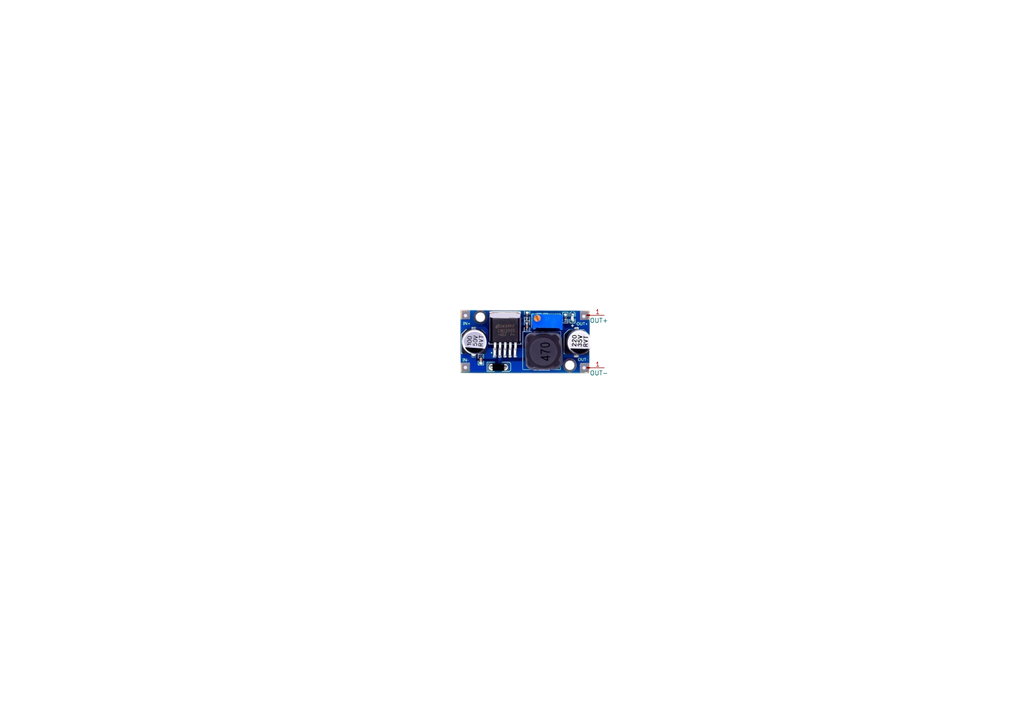
<source format=kicad_sch>
(kicad_sch (version 20250114) (generator "eeschema") (generator_version "9.0")
  (paper "A4")
  (lib_symbols
    (symbol "Connector:Conn_01x01_Pin" (pin_names (offset 1.016) (hide yes))
      (property "Reference" "J" (at 0 2.54 0))
      (property "Value" "Conn_01x01_Pin" (at 0 -2.54 0))
      (symbol "Conn_01x01_Pin_1_1"
        (rectangle (start 0.8636 0.127) (end 0 -0.127) (stroke (width 0.1524)) (fill (type outline)))
        (polyline (pts (xy 1.27 0) (xy 0.8636 0)) (stroke (width 0.1524)))
        (pin passive line (at 5.08 0 180) (length 3.81) (name "Pin_1") (number "1"))
      )
    )
  )
  (image (at 152.4 99.06))
  (symbol (lib_id "Connector:Conn_01x01_Pin") (at 170.18 106.68 0) (unit 1)
    (property "Reference" "J2" (effects (hide yes)))
    (property "Value" "OUT-" (at 173.736 108.204 0))
    (property "Description" "Generic connector, single row, 01x01, script generated" (effects (hide yes)))
  )
  (symbol (lib_id "Connector:Conn_01x01_Pin") (at 170.18 91.44 0) (unit 1)
    (property "Reference" "J1" (effects (hide yes)))
    (property "Value" "OUT+" (at 173.736 92.964 0))
    (property "Description" "Generic connector, single row, 01x01, script generated" (effects (hide yes)))
  )
)
</source>
